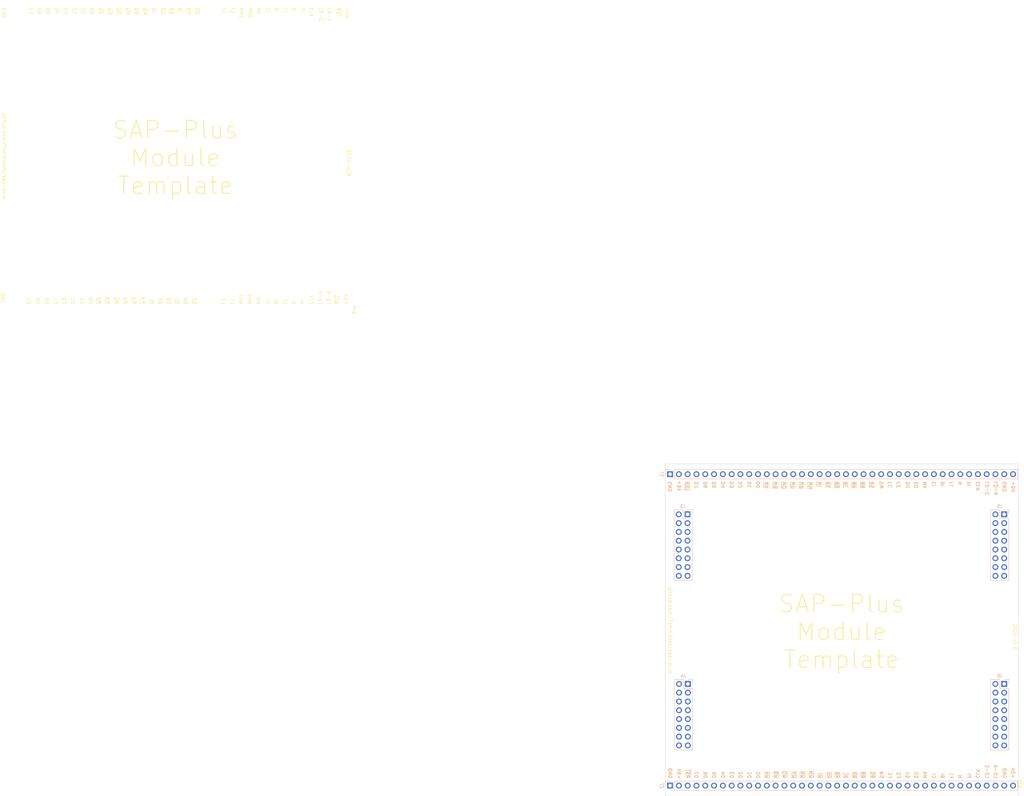
<source format=kicad_pcb>
(kicad_pcb (version 20240108) (generator "pcbnew") (generator_version "8.0")
  (title_block (title "NQSAP Module Template") (date "2021-10-03") (rev "1.0") (company "github.com/TomNisbet/nqsap-pcb"))
  (layers (0 "F.Cu" signal) (31 "B.Cu" signal) (34 "B.Paste" user) (35 "F.Paste" user) (36 "B.SilkS" user "B.Silkscreen") (37 "F.SilkS" user "F.Silkscreen") (38 "B.Mask" user) (39 "F.Mask" user) (44 "Edge.Cuts" user))
  (net 0 "")
  (net 1 "+5V")
  (net 2 "CLK")
  (net 3 "PI")
  (net 4 "N")
  (net 5 "~{RS}")
  (net 6 "FL")
  (net 7 "LD-ACT")
  (net 8 "~{WP}")
  (net 9 "~{RB}")
  (net 10 "~{WI}")
  (net 11 "SU")
  (net 12 "FC")
  (net 13 "FZ")
  (net 14 "SC")
  (net 15 "LD-CLK")
  (net 16 "MA")
  (net 17 "SW")
  (net 18 "~{WM}")
  (net 19 "~{RA}")
  (net 20 "~{RL}")
  (net 21 "CI")
  (net 22 "D0")
  (net 23 "D1")
  (net 24 "D2")
  (net 25 "D3")
  (net 26 "D4")
  (net 27 "D5")
  (net 28 "D6")
  (net 29 "D7")
  (net 30 "GND")
  (net 31 "~{WB}")
  (net 32 "BI")
  (net 33 "~{RR}")
  (net 34 "~{WO}")
  (net 35 "~{WA}")
  (net 36 "~{RP}")
  (net 37 "~{WR}")
  (net 83 "~{RST}")
  (footprint "Connector_PinHeader_2.54mm:PinHeader_1x40_P2.54mm_Vertical" (layer "B.Cu") (at 86.4 46 -90)
    (property "Reference" "J1" (at 0 2.33 -90) (layer "B.SilkS") (effects (justify mirror)))
    (property "Value" "Bus")
    (fp_line (start -1.33 1.33) (end 0 1.33) (stroke (width 0.12)) (layer "B.SilkS"))
    (fp_line (start -1.33 0) (end -1.33 1.33) (stroke (width 0.12)) (layer "B.SilkS"))
    (fp_line (start -1.33 -1.27) (end 1.33 -1.27) (stroke (width 0.12)) (layer "B.SilkS"))
    (fp_line (start -1.33 -1.27) (end -1.33 -100.39) (stroke (width 0.12)) (layer "B.SilkS"))
    (fp_line (start 1.33 -1.27) (end 1.33 -100.39) (stroke (width 0.12)) (layer "B.SilkS"))
    (fp_line (start -1.33 -100.39) (end 1.33 -100.39) (stroke (width 0.12)) (layer "B.SilkS"))
    (pad "1" thru_hole rect (at 0 0 270) (size 1.7 1.7) (drill 1) (layers "*.Cu" "*.Mask") (net 30 "GND"))
    (pad "2" thru_hole oval (at 0 -2.54 270) (size 1.7 1.7) (drill 1) (layers "*.Cu" "*.Mask") (net 1 "+5V"))
    (pad "3" thru_hole oval (at 0 -5.08 270) (size 1.7 1.7) (drill 1) (layers "*.Cu" "*.Mask") (net 83 "~{RST}"))
    (pad "4" thru_hole oval (at 0 -7.62 270) (size 1.7 1.7) (drill 1) (layers "*.Cu" "*.Mask") (net 29 "D7"))
    (pad "5" thru_hole oval (at 0 -10.16 270) (size 1.7 1.7) (drill 1) (layers "*.Cu" "*.Mask") (net 28 "D6"))
    (pad "6" thru_hole oval (at 0 -12.7 270) (size 1.7 1.7) (drill 1) (layers "*.Cu" "*.Mask") (net 27 "D5"))
    (pad "7" thru_hole oval (at 0 -15.24 270) (size 1.7 1.7) (drill 1) (layers "*.Cu" "*.Mask") (net 26 "D4"))
    (pad "8" thru_hole oval (at 0 -17.78 270) (size 1.7 1.7) (drill 1) (layers "*.Cu" "*.Mask") (net 25 "D3"))
    (pad "9" thru_hole oval (at 0 -20.32 270) (size 1.7 1.7) (drill 1) (layers "*.Cu" "*.Mask") (net 24 "D2"))
    (pad "10" thru_hole oval (at 0 -22.86 270) (size 1.7 1.7) (drill 1) (layers "*.Cu" "*.Mask") (net 23 "D1"))
    (pad "11" thru_hole oval (at 0 -25.4 270) (size 1.7 1.7) (drill 1) (layers "*.Cu" "*.Mask") (net 22 "D0"))
    (pad "12" thru_hole oval (at 0 -27.94 270) (size 1.7 1.7) (drill 1) (layers "*.Cu" "*.Mask") (net 35 "~{WA}"))
    (pad "13" thru_hole oval (at 0 -30.48 270) (size 1.7 1.7) (drill 1) (layers "*.Cu" "*.Mask") (net 31 "~{WB}"))
    (pad "14" thru_hole oval (at 0 -33.02 270) (size 1.7 1.7) (drill 1) (layers "*.Cu" "*.Mask") (net 34 "~{WO}"))
    (pad "15" thru_hole oval (at 0 -35.56 270) (size 1.7 1.7) (drill 1) (layers "*.Cu" "*.Mask") (net 8 "~{WP}"))
    (pad "16" thru_hole oval (at 0 -38.1 270) (size 1.7 1.7) (drill 1) (layers "*.Cu" "*.Mask") (net 37 "~{WR}"))
    (pad "17" thru_hole oval (at 0 -40.64 270) (size 1.7 1.7) (drill 1) (layers "*.Cu" "*.Mask") (net 18 "~{WM}"))
    (pad "18" thru_hole oval (at 0 -43.18 270) (size 1.7 1.7) (drill 1) (layers "*.Cu" "*.Mask") (net 10 "~{WI}"))
    (pad "19" thru_hole oval (at 0 -45.72 270) (size 1.7 1.7) (drill 1) (layers "*.Cu" "*.Mask") (net 19 "~{RA}"))
    (pad "20" thru_hole oval (at 0 -48.26 270) (size 1.7 1.7) (drill 1) (layers "*.Cu" "*.Mask") (net 9 "~{RB}"))
    (pad "21" thru_hole oval (at 0 -50.8 270) (size 1.7 1.7) (drill 1) (layers "*.Cu" "*.Mask") (net 20 "~{RL}"))
    (pad "22" thru_hole oval (at 0 -53.34 270) (size 1.7 1.7) (drill 1) (layers "*.Cu" "*.Mask") (net 36 "~{RP}"))
    (pad "23" thru_hole oval (at 0 -55.88 270) (size 1.7 1.7) (drill 1) (layers "*.Cu" "*.Mask") (net 33 "~{RR}"))
    (pad "24" thru_hole oval (at 0 -58.42 270) (size 1.7 1.7) (drill 1) (layers "*.Cu" "*.Mask") (net 5 "~{RS}"))
    (pad "25" thru_hole oval (at 0 -60.96 270) (size 1.7 1.7) (drill 1) (layers "*.Cu" "*.Mask") (net 17 "SW"))
    (pad "26" thru_hole oval (at 0 -63.5 270) (size 1.7 1.7) (drill 1) (layers "*.Cu" "*.Mask") (net 12 "FC"))
    (pad "27" thru_hole oval (at 0 -66.04 270) (size 1.7 1.7) (drill 1) (layers "*.Cu" "*.Mask") (net 13 "FZ"))
    (pad "28" thru_hole oval (at 0 -68.58 270) (size 1.7 1.7) (drill 1) (layers "*.Cu" "*.Mask") (net 11 "SU"))
    (pad "29" thru_hole oval (at 0 -71.12 270) (size 1.7 1.7) (drill 1) (layers "*.Cu" "*.Mask") (net 14 "SC"))
    (pad "30" thru_hole oval (at 0 -73.66 270) (size 1.7 1.7) (drill 1) (layers "*.Cu" "*.Mask") (net 16 "MA"))
    (pad "31" thru_hole oval (at 0 -76.2 270) (size 1.7 1.7) (drill 1) (layers "*.Cu" "*.Mask") (net 21 "CI"))
    (pad "32" thru_hole oval (at 0 -78.74 270) (size 1.7 1.7) (drill 1) (layers "*.Cu" "*.Mask") (net 32 "BI"))
    (pad "33" thru_hole oval (at 0 -81.28 270) (size 1.7 1.7) (drill 1) (layers "*.Cu" "*.Mask") (net 6 "FL"))
    (pad "34" thru_hole oval (at 0 -83.82 270) (size 1.7 1.7) (drill 1) (layers "*.Cu" "*.Mask") (net 4 "N"))
    (pad "35" thru_hole oval (at 0 -86.36 270) (size 1.7 1.7) (drill 1) (layers "*.Cu" "*.Mask") (net 3 "PI"))
    (pad "36" thru_hole oval (at 0 -88.9 270) (size 1.7 1.7) (drill 1) (layers "*.Cu" "*.Mask") (net 2 "CLK"))
    (pad "37" thru_hole oval (at 0 -91.44 270) (size 1.7 1.7) (drill 1) (layers "*.Cu" "*.Mask") (net 15 "LD-CLK"))
    (pad "38" thru_hole oval (at 0 -93.98 270) (size 1.7 1.7) (drill 1) (layers "*.Cu" "*.Mask") (net 7 "LD-ACT"))
    (pad "39" thru_hole oval (at 0 -96.52 270) (size 1.7 1.7) (drill 1) (layers "*.Cu" "*.Mask") (net 30 "GND"))
    (pad "40" thru_hole oval (at 0 -99.06 270) (size 1.7 1.7) (drill 1) (layers "*.Cu" "*.Mask") (net 1 "+5V"))
  )
  (footprint "Connector_PinHeader_2.54mm:PinHeader_2x08_P2.54mm_Vertical" (layer "B.Cu") (at 91.44 57.6 180)
    (property "Reference" "J3" (at 1.27 2.33 0) (layer "B.SilkS") (effects (justify mirror)))
    (property "Value" "IC-TL")
    (fp_line (start 3.87 1.33) (end 3.87 -19.11) (stroke (width 0.12)) (layer "B.SilkS"))
    (fp_line (start 1.27 1.33) (end 3.87 1.33) (stroke (width 0.12)) (layer "B.SilkS"))
    (fp_line (start 1.27 -1.27) (end 1.27 1.33) (stroke (width 0.12)) (layer "B.SilkS"))
    (fp_line (start -1.33 1.33) (end 0 1.33) (stroke (width 0.12)) (layer "B.SilkS"))
    (fp_line (start -1.33 0) (end -1.33 1.33) (stroke (width 0.12)) (layer "B.SilkS"))
    (fp_line (start -1.33 -1.27) (end 1.27 -1.27) (stroke (width 0.12)) (layer "B.SilkS"))
    (fp_line (start -1.33 -1.27) (end -1.33 -19.11) (stroke (width 0.12)) (layer "B.SilkS"))
    (fp_line (start -1.33 -19.11) (end 3.87 -19.11) (stroke (width 0.12)) (layer "B.SilkS"))
    (pad "1" thru_hole rect (at 0 0 180) (size 1.7 1.7) (drill 1) (layers "*.Cu" "*.Mask"))
    (pad "2" thru_hole oval (at 2.54 0 180) (size 1.7 1.7) (drill 1) (layers "*.Cu" "*.Mask"))
    (pad "3" thru_hole oval (at 0 -2.54 180) (size 1.7 1.7) (drill 1) (layers "*.Cu" "*.Mask"))
    (pad "4" thru_hole oval (at 2.54 -2.54 180) (size 1.7 1.7) (drill 1) (layers "*.Cu" "*.Mask"))
    (pad "5" thru_hole oval (at 0 -5.08 180) (size 1.7 1.7) (drill 1) (layers "*.Cu" "*.Mask"))
    (pad "6" thru_hole oval (at 2.54 -5.08 180) (size 1.7 1.7) (drill 1) (layers "*.Cu" "*.Mask"))
    (pad "7" thru_hole oval (at 0 -7.62 180) (size 1.7 1.7) (drill 1) (layers "*.Cu" "*.Mask"))
    (pad "8" thru_hole oval (at 2.54 -7.62 180) (size 1.7 1.7) (drill 1) (layers "*.Cu" "*.Mask"))
    (pad "9" thru_hole oval (at 0 -10.16 180) (size 1.7 1.7) (drill 1) (layers "*.Cu" "*.Mask"))
    (pad "10" thru_hole oval (at 2.54 -10.16 180) (size 1.7 1.7) (drill 1) (layers "*.Cu" "*.Mask"))
    (pad "11" thru_hole oval (at 0 -12.7 180) (size 1.7 1.7) (drill 1) (layers "*.Cu" "*.Mask"))
    (pad "12" thru_hole oval (at 2.54 -12.7 180) (size 1.7 1.7) (drill 1) (layers "*.Cu" "*.Mask"))
    (pad "13" thru_hole oval (at 0 -15.24 180) (size 1.7 1.7) (drill 1) (layers "*.Cu" "*.Mask"))
    (pad "14" thru_hole oval (at 2.54 -15.24 180) (size 1.7 1.7) (drill 1) (layers "*.Cu" "*.Mask"))
    (pad "15" thru_hole oval (at 0 -17.78 180) (size 1.7 1.7) (drill 1) (layers "*.Cu" "*.Mask"))
    (pad "16" thru_hole oval (at 2.54 -17.78 180) (size 1.7 1.7) (drill 1) (layers "*.Cu" "*.Mask"))
  )
  (footprint "Connector_PinHeader_2.54mm:PinHeader_2x08_P2.54mm_Vertical" (layer "B.Cu") (at 182.9 57.6 180)
    (property "Reference" "J5" (at 1.27 2.33 0) (layer "B.SilkS") (effects (justify mirror)))
    (property "Value" "IC-TR")
    (fp_line (start 3.87 1.33) (end 3.87 -19.11) (stroke (width 0.12)) (layer "B.SilkS"))
    (fp_line (start 1.27 1.33) (end 3.87 1.33) (stroke (width 0.12)) (layer "B.SilkS"))
    (fp_line (start 1.27 -1.27) (end 1.27 1.33) (stroke (width 0.12)) (layer "B.SilkS"))
    (fp_line (start -1.33 1.33) (end 0 1.33) (stroke (width 0.12)) (layer "B.SilkS"))
    (fp_line (start -1.33 0) (end -1.33 1.33) (stroke (width 0.12)) (layer "B.SilkS"))
    (fp_line (start -1.33 -1.27) (end 1.27 -1.27) (stroke (width 0.12)) (layer "B.SilkS"))
    (fp_line (start -1.33 -1.27) (end -1.33 -19.11) (stroke (width 0.12)) (layer "B.SilkS"))
    (fp_line (start -1.33 -19.11) (end 3.87 -19.11) (stroke (width 0.12)) (layer "B.SilkS"))
    (pad "1" thru_hole rect (at 0 0 180) (size 1.7 1.7) (drill 1) (layers "*.Cu" "*.Mask"))
    (pad "2" thru_hole oval (at 2.54 0 180) (size 1.7 1.7) (drill 1) (layers "*.Cu" "*.Mask"))
    (pad "3" thru_hole oval (at 0 -2.54 180) (size 1.7 1.7) (drill 1) (layers "*.Cu" "*.Mask"))
    (pad "4" thru_hole oval (at 2.54 -2.54 180) (size 1.7 1.7) (drill 1) (layers "*.Cu" "*.Mask"))
    (pad "5" thru_hole oval (at 0 -5.08 180) (size 1.7 1.7) (drill 1) (layers "*.Cu" "*.Mask"))
    (pad "6" thru_hole oval (at 2.54 -5.08 180) (size 1.7 1.7) (drill 1) (layers "*.Cu" "*.Mask"))
    (pad "7" thru_hole oval (at 0 -7.62 180) (size 1.7 1.7) (drill 1) (layers "*.Cu" "*.Mask"))
    (pad "8" thru_hole oval (at 2.54 -7.62 180) (size 1.7 1.7) (drill 1) (layers "*.Cu" "*.Mask"))
    (pad "9" thru_hole oval (at 0 -10.16 180) (size 1.7 1.7) (drill 1) (layers "*.Cu" "*.Mask"))
    (pad "10" thru_hole oval (at 2.54 -10.16 180) (size 1.7 1.7) (drill 1) (layers "*.Cu" "*.Mask"))
    (pad "11" thru_hole oval (at 0 -12.7 180) (size 1.7 1.7) (drill 1) (layers "*.Cu" "*.Mask"))
    (pad "12" thru_hole oval (at 2.54 -12.7 180) (size 1.7 1.7) (drill 1) (layers "*.Cu" "*.Mask"))
    (pad "13" thru_hole oval (at 0 -15.24 180) (size 1.7 1.7) (drill 1) (layers "*.Cu" "*.Mask"))
    (pad "14" thru_hole oval (at 2.54 -15.24 180) (size 1.7 1.7) (drill 1) (layers "*.Cu" "*.Mask"))
    (pad "15" thru_hole oval (at 0 -17.78 180) (size 1.7 1.7) (drill 1) (layers "*.Cu" "*.Mask"))
    (pad "16" thru_hole oval (at 2.54 -17.78 180) (size 1.7 1.7) (drill 1) (layers "*.Cu" "*.Mask"))
  )
  (footprint "Connector_PinHeader_2.54mm:PinHeader_1x40_P2.54mm_Vertical" (layer "B.Cu") (at 86.4 136 -90)
    (property "Reference" "J2" (at 0 2.33 -90) (layer "B.SilkS") (effects (justify mirror)))
    (property "Value" "Bus")
    (fp_line (start -1.33 1.33) (end 0 1.33) (stroke (width 0.12)) (layer "B.SilkS"))
    (fp_line (start -1.33 0) (end -1.33 1.33) (stroke (width 0.12)) (layer "B.SilkS"))
    (fp_line (start -1.33 -1.27) (end 1.33 -1.27) (stroke (width 0.12)) (layer "B.SilkS"))
    (fp_line (start -1.33 -1.27) (end -1.33 -100.39) (stroke (width 0.12)) (layer "B.SilkS"))
    (fp_line (start 1.33 -1.27) (end 1.33 -100.39) (stroke (width 0.12)) (layer "B.SilkS"))
    (fp_line (start -1.33 -100.39) (end 1.33 -100.39) (stroke (width 0.12)) (layer "B.SilkS"))
    (pad "1" thru_hole rect (at 0 0 270) (size 1.7 1.7) (drill 1) (layers "*.Cu" "*.Mask") (net 30 "GND"))
    (pad "2" thru_hole oval (at 0 -2.54 270) (size 1.7 1.7) (drill 1) (layers "*.Cu" "*.Mask") (net 1 "+5V"))
    (pad "3" thru_hole oval (at 0 -5.08 270) (size 1.7 1.7) (drill 1) (layers "*.Cu" "*.Mask") (net 83 "~{RST}"))
    (pad "4" thru_hole oval (at 0 -7.62 270) (size 1.7 1.7) (drill 1) (layers "*.Cu" "*.Mask") (net 29 "D7"))
    (pad "5" thru_hole oval (at 0 -10.16 270) (size 1.7 1.7) (drill 1) (layers "*.Cu" "*.Mask") (net 28 "D6"))
    (pad "6" thru_hole oval (at 0 -12.7 270) (size 1.7 1.7) (drill 1) (layers "*.Cu" "*.Mask") (net 27 "D5"))
    (pad "7" thru_hole oval (at 0 -15.24 270) (size 1.7 1.7) (drill 1) (layers "*.Cu" "*.Mask") (net 26 "D4"))
    (pad "8" thru_hole oval (at 0 -17.78 270) (size 1.7 1.7) (drill 1) (layers "*.Cu" "*.Mask") (net 25 "D3"))
    (pad "9" thru_hole oval (at 0 -20.32 270) (size 1.7 1.7) (drill 1) (layers "*.Cu" "*.Mask") (net 24 "D2"))
    (pad "10" thru_hole oval (at 0 -22.86 270) (size 1.7 1.7) (drill 1) (layers "*.Cu" "*.Mask") (net 23 "D1"))
    (pad "11" thru_hole oval (at 0 -25.4 270) (size 1.7 1.7) (drill 1) (layers "*.Cu" "*.Mask") (net 22 "D0"))
    (pad "12" thru_hole oval (at 0 -27.94 270) (size 1.7 1.7) (drill 1) (layers "*.Cu" "*.Mask") (net 35 "~{WA}"))
    (pad "13" thru_hole oval (at 0 -30.48 270) (size 1.7 1.7) (drill 1) (layers "*.Cu" "*.Mask") (net 31 "~{WB}"))
    (pad "14" thru_hole oval (at 0 -33.02 270) (size 1.7 1.7) (drill 1) (layers "*.Cu" "*.Mask") (net 34 "~{WO}"))
    (pad "15" thru_hole oval (at 0 -35.56 270) (size 1.7 1.7) (drill 1) (layers "*.Cu" "*.Mask") (net 8 "~{WP}"))
    (pad "16" thru_hole oval (at 0 -38.1 270) (size 1.7 1.7) (drill 1) (layers "*.Cu" "*.Mask") (net 37 "~{WR}"))
    (pad "17" thru_hole oval (at 0 -40.64 270) (size 1.7 1.7) (drill 1) (layers "*.Cu" "*.Mask") (net 18 "~{WM}"))
    (pad "18" thru_hole oval (at 0 -43.18 270) (size 1.7 1.7) (drill 1) (layers "*.Cu" "*.Mask") (net 10 "~{WI}"))
    (pad "19" thru_hole oval (at 0 -45.72 270) (size 1.7 1.7) (drill 1) (layers "*.Cu" "*.Mask") (net 19 "~{RA}"))
    (pad "20" thru_hole oval (at 0 -48.26 270) (size 1.7 1.7) (drill 1) (layers "*.Cu" "*.Mask") (net 9 "~{RB}"))
    (pad "21" thru_hole oval (at 0 -50.8 270) (size 1.7 1.7) (drill 1) (layers "*.Cu" "*.Mask") (net 20 "~{RL}"))
    (pad "22" thru_hole oval (at 0 -53.34 270) (size 1.7 1.7) (drill 1) (layers "*.Cu" "*.Mask") (net 36 "~{RP}"))
    (pad "23" thru_hole oval (at 0 -55.88 270) (size 1.7 1.7) (drill 1) (layers "*.Cu" "*.Mask") (net 33 "~{RR}"))
    (pad "24" thru_hole oval (at 0 -58.42 270) (size 1.7 1.7) (drill 1) (layers "*.Cu" "*.Mask") (net 5 "~{RS}"))
    (pad "25" thru_hole oval (at 0 -60.96 270) (size 1.7 1.7) (drill 1) (layers "*.Cu" "*.Mask") (net 17 "SW"))
    (pad "26" thru_hole oval (at 0 -63.5 270) (size 1.7 1.7) (drill 1) (layers "*.Cu" "*.Mask") (net 12 "FC"))
    (pad "27" thru_hole oval (at 0 -66.04 270) (size 1.7 1.7) (drill 1) (layers "*.Cu" "*.Mask") (net 13 "FZ"))
    (pad "28" thru_hole oval (at 0 -68.58 270) (size 1.7 1.7) (drill 1) (layers "*.Cu" "*.Mask") (net 11 "SU"))
    (pad "29" thru_hole oval (at 0 -71.12 270) (size 1.7 1.7) (drill 1) (layers "*.Cu" "*.Mask") (net 14 "SC"))
    (pad "30" thru_hole oval (at 0 -73.66 270) (size 1.7 1.7) (drill 1) (layers "*.Cu" "*.Mask") (net 16 "MA"))
    (pad "31" thru_hole oval (at 0 -76.2 270) (size 1.7 1.7) (drill 1) (layers "*.Cu" "*.Mask") (net 21 "CI"))
    (pad "32" thru_hole oval (at 0 -78.74 270) (size 1.7 1.7) (drill 1) (layers "*.Cu" "*.Mask") (net 32 "BI"))
    (pad "33" thru_hole oval (at 0 -81.28 270) (size 1.7 1.7) (drill 1) (layers "*.Cu" "*.Mask") (net 6 "FL"))
    (pad "34" thru_hole oval (at 0 -83.82 270) (size 1.7 1.7) (drill 1) (layers "*.Cu" "*.Mask") (net 4 "N"))
    (pad "35" thru_hole oval (at 0 -86.36 270) (size 1.7 1.7) (drill 1) (layers "*.Cu" "*.Mask") (net 3 "PI"))
    (pad "36" thru_hole oval (at 0 -88.9 270) (size 1.7 1.7) (drill 1) (layers "*.Cu" "*.Mask") (net 2 "CLK"))
    (pad "37" thru_hole oval (at 0 -91.44 270) (size 1.7 1.7) (drill 1) (layers "*.Cu" "*.Mask") (net 15 "LD-CLK"))
    (pad "38" thru_hole oval (at 0 -93.98 270) (size 1.7 1.7) (drill 1) (layers "*.Cu" "*.Mask") (net 7 "LD-ACT"))
    (pad "39" thru_hole oval (at 0 -96.52 270) (size 1.7 1.7) (drill 1) (layers "*.Cu" "*.Mask") (net 30 "GND"))
    (pad "40" thru_hole oval (at 0 -99.06 270) (size 1.7 1.7) (drill 1) (layers "*.Cu" "*.Mask") (net 1 "+5V"))
  )
  (footprint "Connector_PinHeader_2.54mm:PinHeader_2x08_P2.54mm_Vertical" (layer "B.Cu") (at 182.9 106.6 180)
    (property "Reference" "J6" (at 1.27 2.33 0) (layer "B.SilkS") (effects (justify mirror)))
    (property "Value" "IC-BR")
    (fp_line (start 3.87 1.33) (end 3.87 -19.11) (stroke (width 0.12)) (layer "B.SilkS"))
    (fp_line (start 1.27 1.33) (end 3.87 1.33) (stroke (width 0.12)) (layer "B.SilkS"))
    (fp_line (start 1.27 -1.27) (end 1.27 1.33) (stroke (width 0.12)) (layer "B.SilkS"))
    (fp_line (start -1.33 1.33) (end 0 1.33) (stroke (width 0.12)) (layer "B.SilkS"))
    (fp_line (start -1.33 0) (end -1.33 1.33) (stroke (width 0.12)) (layer "B.SilkS"))
    (fp_line (start -1.33 -1.27) (end 1.27 -1.27) (stroke (width 0.12)) (layer "B.SilkS"))
    (fp_line (start -1.33 -1.27) (end -1.33 -19.11) (stroke (width 0.12)) (layer "B.SilkS"))
    (fp_line (start -1.33 -19.11) (end 3.87 -19.11) (stroke (width 0.12)) (layer "B.SilkS"))
    (pad "1" thru_hole rect (at 0 0 180) (size 1.7 1.7) (drill 1) (layers "*.Cu" "*.Mask"))
    (pad "2" thru_hole oval (at 2.54 0 180) (size 1.7 1.7) (drill 1) (layers "*.Cu" "*.Mask"))
    (pad "3" thru_hole oval (at 0 -2.54 180) (size 1.7 1.7) (drill 1) (layers "*.Cu" "*.Mask"))
    (pad "4" thru_hole oval (at 2.54 -2.54 180) (size 1.7 1.7) (drill 1) (layers "*.Cu" "*.Mask"))
    (pad "5" thru_hole oval (at 0 -5.08 180) (size 1.7 1.7) (drill 1) (layers "*.Cu" "*.Mask"))
    (pad "6" thru_hole oval (at 2.54 -5.08 180) (size 1.7 1.7) (drill 1) (layers "*.Cu" "*.Mask"))
    (pad "7" thru_hole oval (at 0 -7.62 180) (size 1.7 1.7) (drill 1) (layers "*.Cu" "*.Mask"))
    (pad "8" thru_hole oval (at 2.54 -7.62 180) (size 1.7 1.7) (drill 1) (layers "*.Cu" "*.Mask"))
    (pad "9" thru_hole oval (at 0 -10.16 180) (size 1.7 1.7) (drill 1) (layers "*.Cu" "*.Mask"))
    (pad "10" thru_hole oval (at 2.54 -10.16 180) (size 1.7 1.7) (drill 1) (layers "*.Cu" "*.Mask"))
    (pad "11" thru_hole oval (at 0 -12.7 180) (size 1.7 1.7) (drill 1) (layers "*.Cu" "*.Mask"))
    (pad "12" thru_hole oval (at 2.54 -12.7 180) (size 1.7 1.7) (drill 1) (layers "*.Cu" "*.Mask"))
    (pad "13" thru_hole oval (at 0 -15.24 180) (size 1.7 1.7) (drill 1) (layers "*.Cu" "*.Mask"))
    (pad "14" thru_hole oval (at 2.54 -15.24 180) (size 1.7 1.7) (drill 1) (layers "*.Cu" "*.Mask"))
    (pad "15" thru_hole oval (at 0 -17.78 180) (size 1.7 1.7) (drill 1) (layers "*.Cu" "*.Mask"))
    (pad "16" thru_hole oval (at 2.54 -17.78 180) (size 1.7 1.7) (drill 1) (layers "*.Cu" "*.Mask"))
  )
  (footprint "Connector_PinHeader_2.54mm:PinHeader_2x08_P2.54mm_Vertical" (layer "B.Cu") (at 91.53 106.6 180)
    (property "Reference" "J4" (at 1.27 2.33 0) (layer "B.SilkS") (effects (justify mirror)))
    (property "Value" "IC-BL")
    (fp_line (start 3.87 1.33) (end 3.87 -19.11) (stroke (width 0.12)) (layer "B.SilkS"))
    (fp_line (start 1.27 1.33) (end 3.87 1.33) (stroke (width 0.12)) (layer "B.SilkS"))
    (fp_line (start 1.27 -1.27) (end 1.27 1.33) (stroke (width 0.12)) (layer "B.SilkS"))
    (fp_line (start -1.33 1.33) (end 0 1.33) (stroke (width 0.12)) (layer "B.SilkS"))
    (fp_line (start -1.33 0) (end -1.33 1.33) (stroke (width 0.12)) (layer "B.SilkS"))
    (fp_line (start -1.33 -1.27) (end 1.27 -1.27) (stroke (width 0.12)) (layer "B.SilkS"))
    (fp_line (start -1.33 -1.27) (end -1.33 -19.11) (stroke (width 0.12)) (layer "B.SilkS"))
    (fp_line (start -1.33 -19.11) (end 3.87 -19.11) (stroke (width 0.12)) (layer "B.SilkS"))
    (pad "1" thru_hole rect (at 0 0 180) (size 1.7 1.7) (drill 1) (layers "*.Cu" "*.Mask"))
    (pad "2" thru_hole oval (at 2.54 0 180) (size 1.7 1.7) (drill 1) (layers "*.Cu" "*.Mask"))
    (pad "3" thru_hole oval (at 0 -2.54 180) (size 1.7 1.7) (drill 1) (layers "*.Cu" "*.Mask"))
    (pad "4" thru_hole oval (at 2.54 -2.54 180) (size 1.7 1.7) (drill 1) (layers "*.Cu" "*.Mask"))
    (pad "5" thru_hole oval (at 0 -5.08 180) (size 1.7 1.7) (drill 1) (layers "*.Cu" "*.Mask"))
    (pad "6" thru_hole oval (at 2.54 -5.08 180) (size 1.7 1.7) (drill 1) (layers "*.Cu" "*.Mask"))
    (pad "7" thru_hole oval (at 0 -7.62 180) (size 1.7 1.7) (drill 1) (layers "*.Cu" "*.Mask"))
    (pad "8" thru_hole oval (at 2.54 -7.62 180) (size 1.7 1.7) (drill 1) (layers "*.Cu" "*.Mask"))
    (pad "9" thru_hole oval (at 0 -10.16 180) (size 1.7 1.7) (drill 1) (layers "*.Cu" "*.Mask"))
    (pad "10" thru_hole oval (at 2.54 -10.16 180) (size 1.7 1.7) (drill 1) (layers "*.Cu" "*.Mask"))
    (pad "11" thru_hole oval (at 0 -12.7 180) (size 1.7 1.7) (drill 1) (layers "*.Cu" "*.Mask"))
    (pad "12" thru_hole oval (at 2.54 -12.7 180) (size 1.7 1.7) (drill 1) (layers "*.Cu" "*.Mask"))
    (pad "13" thru_hole oval (at 0 -15.24 180) (size 1.7 1.7) (drill 1) (layers "*.Cu" "*.Mask"))
    (pad "14" thru_hole oval (at 2.54 -15.24 180) (size 1.7 1.7) (drill 1) (layers "*.Cu" "*.Mask"))
    (pad "15" thru_hole oval (at 0 -17.78 180) (size 1.7 1.7) (drill 1) (layers "*.Cu" "*.Mask"))
    (pad "16" thru_hole oval (at 2.54 -17.78 180) (size 1.7 1.7) (drill 1) (layers "*.Cu" "*.Mask"))
  )
  (gr_line (start 85 139) (end 85 43) (stroke (width 0.1)) (layer "Edge.Cuts"))
  (gr_line (start 85 43) (end 187 43) (stroke (width 0.1)) (layer "Edge.Cuts"))
  (gr_line (start 187 139) (end 85 139) (stroke (width 0.1)) (layer "Edge.Cuts"))
  (gr_line (start 187 43) (end 187 139) (stroke (width 0.1)) (layer "Edge.Cuts"))
  (gr_text "~{RL}" (at 137.25 48 90) (layer "B.SilkS") (effects (font (size 1 1)) (justify left mirror)))
  (gr_text "~{RR}" (at 142 134 270) (layer "B.SilkS") (effects (font (size 1 1)) (justify left mirror)))
  (gr_text "~{WO}" (at 119.4 134 270) (layer "B.SilkS") (effects (font (size 1 1)) (justify left mirror)))
  (gr_text "D7" (at 94 48 90) (layer "B.SilkS") (effects (font (size 1 1)) (justify left mirror)))
  (gr_text "D3" (at 104.2 48 90) (layer "B.SilkS") (effects (font (size 1 1)) (justify left mirror)))
  (gr_text "D2" (at 106.7 134 270) (layer "B.SilkS") (effects (font (size 1 1)) (justify left mirror)))
  (gr_text "D4" (at 101.7 134 270) (layer "B.SilkS") (effects (font (size 1 1)) (justify left mirror)))
  (gr_text "PI" (at 172.8 48 90) (layer "B.SilkS") (effects (font (size 1 1)) (justify left mirror)))
  (gr_text "PI" (at 172.8 134 270) (layer "B.SilkS") (effects (font (size 1 1)) (justify left mirror)))
  (gr_text "N" (at 170.2 48 90) (layer "B.SilkS") (effects (font (size 1 1)) (justify left mirror)))
  (gr_text "FL" (at 167.7 134 270) (layer "B.SilkS") (effects (font (size 1 1)) (justify left mirror)))
  (gr_text "D1" (at 109.3 134 270) (layer "B.SilkS") (effects (font (size 1 1)) (justify left mirror)))
  (gr_text "D5" (at 99.1 48 90) (layer "B.SilkS") (effects (font (size 1 1)) (justify left mirror)))
  (gr_text "+5V" (at 89 134.25 270) (layer "B.SilkS") (effects (font (size 1 1)) (justify left mirror)))
  (gr_text "D6" (at 96.6 134 270) (layer "B.SilkS") (effects (font (size 1 1)) (justify left mirror)))
  (gr_text "+5V" (at 185.5 48 90) (layer "B.SilkS") (effects (font (size 1 1)) (justify left mirror)))
  (gr_text "~{RST}" (at 91.5 48 90) (layer "B.SilkS") (effects (font (size 1 1)) (justify left mirror)))
  (gr_text "BI" (at 165.1 134 270) (layer "B.SilkS") (effects (font (size 1 1)) (justify left mirror)))
  (gr_text "~{RP}" (at 139.5 134 270) (layer "B.SilkS") (effects (font (size 1 1)) (justify left mirror)))
  (gr_text "FZ" (at 152.4 134 270) (layer "B.SilkS") (effects (font (size 1 1)) (justify left mirror)))
  (gr_text "MA" (at 160 48 90) (layer "B.SilkS") (effects (font (size 1 1)) (justify left mirror)))
  (gr_text "+5V" (at 89 47.75 90) (layer "B.SilkS") (effects (font (size 1 1)) (justify left mirror)))
  (gr_text "D0" (at 111.8 48 90) (layer "B.SilkS") (effects (font (size 1 1)) (justify left mirror)))
  (gr_text "~{RR}" (at 142.25 48 90) (layer "B.SilkS") (effects (font (size 1 1)) (justify left mirror)))
  (gr_text "~{WB}" (at 116.9 134 270) (layer "B.SilkS") (effects (font (size 1 1)) (justify left mirror)))
  (gr_text "~{WI}" (at 129.6 48 90) (layer "B.SilkS") (effects (font (size 1 1)) (justify left mirror)))
  (gr_text "D0" (at 111.8 134 270) (layer "B.SilkS") (effects (font (size 1 1)) (justify left mirror)))
  (gr_text "N" (at 170.2 134 270) (layer "B.SilkS") (effects (font (size 1 1)) (justify left mirror)))
  (gr_text "CI" (at 162.6 134 270) (layer "B.SilkS") (effects (font (size 1 1)) (justify left mirror)))
  (gr_text "LD-C" (at 178 48 90) (layer "B.SilkS") (effects (font (size 1 1)) (justify left mirror)))
  (gr_text "~{RA}" (at 132.2 48 90) (layer "B.SilkS") (effects (font (size 1 1)) (justify left mirror)))
  (gr_text "~{RST}" (at 91.5 134 270) (layer "B.SilkS") (effects (font (size 1 1)) (justify left mirror)))
  (gr_text "+5V" (at 185.5 134 270) (layer "B.SilkS") (effects (font (size 1 1)) (justify left mirror)))
  (gr_text "CI" (at 162.6 48 90) (layer "B.SilkS") (effects (font (size 1 1)) (justify left mirror)))
  (gr_text "FC" (at 149.9 134 270) (layer "B.SilkS") (effects (font (size 1 1)) (justify left mirror)))
  (gr_text "~{RS}" (at 144.75 48 90) (layer "B.SilkS") (effects (font (size 1 1)) (justify left mirror)))
  (gr_text "FC" (at 149.9 48 90) (layer "B.SilkS") (effects (font (size 1 1)) (justify left mirror)))
  (gr_text "~{WP}" (at 122 134 270) (layer "B.SilkS") (effects (font (size 1 1)) (justify left mirror)))
  (gr_text "SU" (at 155 48 90) (layer "B.SilkS") (effects (font (size 1 1)) (justify left mirror)))
  (gr_text "~{RB}" (at 134.6 134 270) (layer "B.SilkS") (effects (font (size 1 1)) (justify left mirror)))
  (gr_text "FZ" (at 152.4 48 90) (layer "B.SilkS") (effects (font (size 1 1)) (justify left mirror)))
  (gr_text "GND" (at 183 134 270) (layer "B.SilkS") (effects (font (size 1 1)) (justify left mirror)))
  (gr_text "MA" (at 160 134 270) (layer "B.SilkS") (effects (font (size 1 1)) (justify left mirror)))
  (gr_text "CLK" (at 175.3 134 270) (layer "B.SilkS") (effects (font (size 1 1)) (justify left mirror)))
  (gr_text "GND" (at 183 48 90) (layer "B.SilkS") (effects (font (size 1 1)) (justify left mirror)))
  (gr_text "D4" (at 101.7 48 90) (layer "B.SilkS") (effects (font (size 1 1)) (justify left mirror)))
  (gr_text "~{WO}" (at 119.4 48 90) (layer "B.SilkS") (effects (font (size 1 1)) (justify left mirror)))
  (gr_text "~{WA}" (at 114.3 48 90) (layer "B.SilkS") (effects (font (size 1 1)) (justify left mirror)))
  (gr_text "GND" (at 86.4 48 90) (layer "B.SilkS") (effects (font (size 1 1)) (justify left mirror)))
  (gr_text "LD-A" (at 180.5 48 90) (layer "B.SilkS") (effects (font (size 1 1)) (justify left mirror)))
  (gr_text "~{WB}" (at 116.9 48 90) (layer "B.SilkS") (effects (font (size 1 1)) (justify left mirror)))
  (gr_text "LD-C" (at 178 134 270) (layer "B.SilkS") (effects (font (size 1 1)) (justify left mirror)))
  (gr_text "SD" (at 157.5 48 90) (layer "B.SilkS") (effects (font (size 1 1)) (justify left mirror)))
  (gr_text "D7" (at 94 134 270) (layer "B.SilkS") (effects (font (size 1 1)) (justify left mirror)))
  (gr_text "~{RP}" (at 139.75 48 90) (layer "B.SilkS") (effects (font (size 1 1)) (justify left mirror)))
  (gr_text "~{WM}" (at 127 48 90) (layer "B.SilkS") (effects (font (size 1 1)) (justify left mirror)))
  (gr_text "FL" (at 167.7 48 90) (layer "B.SilkS") (effects (font (size 1 1)) (justify left mirror)))
  (gr_text "~{RL}" (at 137 134 270) (layer "B.SilkS") (effects (font (size 1 1)) (justify left mirror)))
  (gr_text "~{RS}" (at 144.75 134 -90) (layer "B.SilkS") (effects (font (size 1 1)) (justify left mirror)))
  (gr_text "D5" (at 99.1 134 270) (layer "B.SilkS") (effects (font (size 1 1)) (justify left mirror)))
  (gr_text "LD-A" (at 180.5 134 270) (layer "B.SilkS") (effects (font (size 1 1)) (justify left mirror)))
  (gr_text "~{RA}" (at 132.2 134 270) (layer "B.SilkS") (effects (font (size 1 1)) (justify left mirror)))
  (gr_text "~{WM}" (at 127 134 270) (layer "B.SilkS") (effects (font (size 1 1)) (justify left mirror)))
  (gr_text "~{WR}" (at 124.5 134 270) (layer "B.SilkS") (effects (font (size 1 1)) (justify left mirror)))
  (gr_text "~{RB}" (at 134.75 48 90) (layer "B.SilkS") (effects (font (size 1 1)) (justify left mirror)))
  (gr_text "CLK" (at 175.3 48 90) (layer "B.SilkS") (effects (font (size 1 1)) (justify left mirror)))
  (gr_text "SW" (at 147.5 48 90) (layer "B.SilkS") (effects (font (size 1 1)) (justify left mirror)))
  (gr_text "~{WP}" (at 122 48 90) (layer "B.SilkS") (effects (font (size 1 1)) (justify left mirror)))
  (gr_text "D1" (at 109.3 48 90) (layer "B.SilkS") (effects (font (size 1 1)) (justify left mirror)))
  (gr_text "~{WA}" (at 114.3 134 270) (layer "B.SilkS") (effects (font (size 1 1)) (justify left mirror)))
  (gr_text "D2" (at 106.7 48 90) (layer "B.SilkS") (effects (font (size 1 1)) (justify left mirror)))
  (gr_text "D3" (at 104.2 134 270) (layer "B.SilkS") (effects (font (size 1 1)) (justify left mirror)))
  (gr_text "~{WR}" (at 124.5 48 90) (layer "B.SilkS") (effects (font (size 1 1)) (justify left mirror)))
  (gr_text "SU" (at 155 134 -90) (layer "B.SilkS") (effects (font (size 1 1)) (justify left mirror)))
  (gr_text "SW" (at 147.5 134 -90) (layer "B.SilkS") (effects (font (size 1 1)) (justify left mirror)))
  (gr_text "BI" (at 165.1 48 90) (layer "B.SilkS") (effects (font (size 1 1)) (justify left mirror)))
  (gr_text "SD" (at 157.5 134 -90) (layer "B.SilkS") (effects (font (size 1 1)) (justify left mirror)))
  (gr_text "~{WI}" (at 129.6 134 270) (layer "B.SilkS") (effects (font (size 1 1)) (justify left mirror)))
  (gr_text "GND" (at 86.4 134 270) (layer "B.SilkS") (effects (font (size 1 1)) (justify left mirror)))
  (gr_text "D6" (at 96.6 48 90) (layer "B.SilkS") (effects (font (size 1 1)) (justify left mirror)))
  (gr_text "2024 v1.0" (at -6.4 -48 -90) (layer "F.SilkS") (effects (font (size 1 1)) (justify left)))
  (gr_text "MX0" (at -34.99 -3 90) (layer "F.SilkS") (effects (font (size 1 1)) (justify left)))
  (gr_text "SD" (at 157.41 134 90) (layer "F.SilkS") (effects (font (size 1 1)) (justify left)))
  (gr_text "N" (at 170.2 48 270) (layer "F.SilkS") (effects (font (size 1 1)) (justify left)))
  (gr_text "~{WR}" (at -67.9 -89 270) (layer "F.SilkS") (effects (font (size 1 1)) (justify left)))
  (gr_text "FC" (at -42.59 -3 90) (layer "F.SilkS") (effects (font (size 1 1)) (justify left)))
  (gr_text "~{WI}" (at 129.6 134 90) (layer "F.SilkS") (effects (font (size 1 1)) (justify left)))
  (gr_text "N" (at 170.11 134 90) (layer "F.SilkS") (effects (font (size 1 1)) (justify left)))
  (gr_text "D7" (at 94 134 90) (layer "F.SilkS") (effects (font (size 1 1)) (justify left)))
  (gr_text "LD-A" (at 180.5 48 270) (layer "F.SilkS") (effects (font (size 1 1)) (justify left)))
  (gr_text "GND" (at -106.29 -3.3 90) (layer "F.SilkS") (effects (font (size 1 1)) (justify left)))
  (gr_text "SW" (at 147.5 48 270) (layer "F.SilkS") (effects (font (size 1 1)) (justify left)))
  (gr_text "~{WA}" (at -78.39 -3 90) (layer "F.SilkS") (effects (font (size 1 1)) (justify left)))
  (gr_text "~{RB}" (at -58.09 -3 90) (layer "F.SilkS") (effects (font (size 1 1)) (justify left)))
  (gr_text "+5V" (at -6.9 -89 270) (layer "F.SilkS") (effects (font (size 1 1)) (justify left)))
  (gr_text "MX0" (at -34.9 -89 270) (layer "F.SilkS") (effects (font (size 1 1)) (justify left)))
  (gr_text "~{RL}" (at 137 134 90) (layer "F.SilkS") (effects (font (size 1 1)) (justify left)))
  (gr_text "MA" (at 159.91 134 90) (layer "F.SilkS") (effects (font (size 1 1)) (justify left)))
  (gr_text "FZ" (at 152.4 48 270) (layer "F.SilkS") (effects (font (size 1 1)) (justify left)))
  (gr_text "github.com/TomNisbet/sap-plus" (at 86.5 78.5 270) (layer "F.SilkS") (effects (font (size 1 1)) (justify left)))
  (gr_text "D0" (at -80.89 -3 90) (layer "F.SilkS") (effects (font (size 1 1)) (justify left)))
  (gr_text "~{RA}" (at -60.49 -3 90) (layer "F.SilkS") (effects (font (size 1 1)) (justify left)))
  (gr_text "CI" (at 162.6 48 270) (layer "F.SilkS") (effects (font (size 1 1)) (justify left)))
  (gr_text "D2" (at -85.99 -3 90) (layer "F.SilkS") (effects (font (size 1 1)) (justify left)))
  (gr_text "D5" (at -93.3 -89 270) (layer "F.SilkS") (effects (font (size 1 1)) (justify left)))
  (gr_text "PI" (at -19.6 -89 270) (layer "F.SilkS") (effects (font (size 1 1)) (justify left)))
  (gr_text "D3" (at -88.2 -89 270) (layer "F.SilkS") (effects (font (size 1 1)) (justify left)))
  (gr_text "GND" (at -106 -89 270) (layer "F.SilkS") (effects (font (size 1 1)) (justify left)))
  (gr_text "+5V" (at 89 47.75 270) (layer "F.SilkS") (effects (font (size 1 1)) (justify left)))
  (gr_text "D0" (at -80.6 -89 270) (layer "F.SilkS") (effects (font (size 1 1)) (justify left)))
  (gr_text "~{WI}" (at -63.09 -3 90) (layer "F.SilkS") (effects (font (size 1 1)) (justify left)))
  (gr_text "+5V" (at 185.5 48 270) (layer "F.SilkS") (effects (font (size 1 1)) (justify left)))
  (gr_text "D0" (at 111.8 48 270) (layer "F.SilkS") (effects (font (size 1 1)) (justify left)))
  (gr_text "~{WB}" (at -75.79 -3 90) (layer "F.SilkS") (effects (font (size 1 1)) (justify left)))
  (gr_text "~{RST}" (at -9.5 -89 270) (layer "F.SilkS") (effects (font (size 1 1)) (justify left)))
  (gr_text "CI" (at 162.51 134 90) (layer "F.SilkS") (effects (font (size 1 1)) (justify left)))
  (gr_text "~{WP}" (at 122 48 270) (layer "F.SilkS") (effects (font (size 1 1)) (justify left)))
  (gr_text "GND" (at 183 134 90) (layer "F.SilkS") (effects (font (size 1 1)) (justify left)))
  (gr_text "LD-A" (at 180.21 134 90) (layer "F.SilkS") (effects (font (size 1 1)) (justify left)))
  (gr_text "CI" (at -29.89 -3 90) (layer "F.SilkS") (effects (font (size 1 1)) (justify left)))
  (gr_text "~{RS}" (at 145 134 90) (layer "F.SilkS") (effects (font (size 1 1)) (justify left)))
  (gr_text "PI" (at -19.69 -3 90) (layer "F.SilkS") (effects (font (size 1 1)) (justify left)))
  (gr_text "D7" (at -98.4 -89 270) (layer "F.SilkS") (effects (font (size 1 1)) (justify left)))
  (gr_text "D6" (at -96.09 -3 90) (layer "F.SilkS") (effects (font (size 1 1)) (justify left)))
  (gr_text "~{RR}" (at 142 48 270) (layer "F.SilkS") (effects (font (size 1 1)) (justify left)))
  (gr_text "SAP-Plus\nModule\nTemplate" (at -56.5 -45.5 0) (layer "F.SilkS") (effects (font (size 5 5) (thickness 0.3))))
  (gr_text "D7" (at -98.69 -3 90) (layer "F.SilkS") (effects (font (size 1 1)) (justify left)))
  (gr_text "MA" (at -32.49 -3 90) (layer "F.SilkS") (effects (font (size 1 1)) (justify left)))
  (gr_text "BI" (at 165.1 48 270) (layer "F.SilkS") (effects (font (size 1 1)) (justify left)))
  (gr_text "D5" (at 99.1 48 270) (layer "F.SilkS") (effects (font (size 1 1)) (justify left)))
  (gr_text "~{RA}" (at -60.2 -89 270) (layer "F.SilkS") (effects (font (size 1 1)) (justify left)))
  (gr_text "~{RB}" (at 134.6 134 90) (layer "F.SilkS") (effects (font (size 1 1)) (justify left)))
  (gr_text "~{RST}" (at 91.5 48 270) (layer "F.SilkS") (effects (font (size 1 1)) (justify left)))
  (gr_text "Bus" (at -4.9 -1.5 90) (layer "F.SilkS") (effects (font (size 1 1))))
  (gr_text "~{RA}" (at 132.2 48 270) (layer "F.SilkS") (effects (font (size 1 1)) (justify left)))
  (gr_text "FZ" (at 152.31 134 90) (layer "F.SilkS") (effects (font (size 1 1)) (justify left)))
  (gr_text "~{RP}" (at 139.75 134 90) (layer "F.SilkS") (effects (font (size 1 1)) (justify left)))
  (gr_text "D3" (at -88.49 -3 90) (layer "F.SilkS") (effects (font (size 1 1)) (justify left)))
  (gr_text "~{WM}" (at -65.69 -3 90) (layer "F.SilkS") (effects (font (size 1 1)) (justify left)))
  (gr_text "FC" (at 149.9 48 270) (layer "F.SilkS") (effects (font (size 1 1)) (justify left)))
  (gr_text "LD-C" (at -14.4 -89 270) (layer "F.SilkS") (effects (font (size 1 1)) (justify left)))
  (gr_text "CI" (at -29.8 -89 270) (layer "F.SilkS") (effects (font (size 1 1)) (justify left)))
  (gr_text "~{WI}" (at 129.6 48 270) (layer "F.SilkS") (effects (font (size 1 1)) (justify left)))
  (gr_text "FC" (at 149.81 134 90) (layer "F.SilkS") (effects (font (size 1 1)) (justify left)))
  (gr_text "D2" (at 106.7 134 90) (layer "F.SilkS") (effects (font (size 1 1)) (justify left)))
  (gr_text "D3" (at 104.2 48 270) (layer "F.SilkS") (effects (font (size 1 1)) (justify left)))
  (gr_text "~{WA}" (at 114.3 134 90) (layer "F.SilkS") (effects (font (size 1 1)) (justify left)))
  (gr_text "~{RB}" (at -57.8 -89 270) (layer "F.SilkS") (effects (font (size 1 1)) (justify left)))
  (gr_text "+5V" (at 89 134.25 90) (layer "F.SilkS") (effects (font (size 1 1)) (justify left)))
  (gr_text "~{WO}" (at 119.4 134 90) (layer "F.SilkS") (effects (font (size 1 1)) (justify left)))
  (gr_text "GND" (at 183 48 270) (layer "F.SilkS") (effects (font (size 1 1)) (justify left)))
  (gr_text "CLK" (at -17.19 -3 90) (layer "F.SilkS") (effects (font (size 1 1)) (justify left)))
  (gr_text "~{WR}" (at -68.19 -3 90) (layer "F.SilkS") (effects (font (size 1 1)) (justify left)))
  (gr_text "~{WR}" (at 124.5 48 270) (layer "F.SilkS") (effects (font (size 1 1)) (justify left)))
  (gr_text "PI" (at 172.8 48 270) (layer "F.SilkS") (effects (font (size 1 1)) (justify left)))
  (gr_text "~{RL}" (at -55.4 -89 270) (layer "F.SilkS") (effects (font (size 1 1)) (justify left)))
  (gr_text "N" (at -22.2 -89 270) (layer "F.SilkS") (effects (font (size 1 1)) (justify left)))
  (gr_text "SU" (at 155 48 270) (layer "F.SilkS") (effects (font (size 1 1)) (justify left)))
  (gr_text "PI" (at 172.71 134 90) (layer "F.SilkS") (effects (font (size 1 1)) (justify left)))
  (gr_text "~{WP}" (at -70.4 -89 270) (layer "F.SilkS") (effects (font (size 1 1)) (justify left)))
  (gr_text "D4" (at 101.7 48 270) (layer "F.SilkS") (effects (font (size 1 1)) (justify left)))
  (gr_text "FZ" (at -40.09 -3 90) (layer "F.SilkS") (effects (font (size 1 1)) (justify left)))
  (gr_text "CLK" (at 175.21 134 90) (layer "F.SilkS") (effects (font (size 1 1)) (justify left)))
  (gr_text "D1" (at 109.3 134 90) (layer "F.SilkS") (effects (font (size 1 1)) (justify left)))
  (gr_text "D2" (at -85.7 -89 270) (layer "F.SilkS") (effects (font (size 1 1)) (justify left)))
  (gr_text "Bus" (at 187.5 135.5 90) (layer "F.SilkS") (effects (font (size 1 1))))
  (gr_text "~{RP}" (at 139.5 48 270) (layer "F.SilkS") (effects (font (size 1 1)) (justify left)))
  (gr_text "SW" (at 147.5 134 90) (layer "F.SilkS") (effects (font (size 1 1)) (justify left)))
  (gr_text "LD-C" (at 177.71 134 90) (layer "F.SilkS") (effects (font (size 1 1)) (justify left)))
  (gr_text "CLK" (at -17.1 -89 270) (layer "F.SilkS") (effects (font (size 1 1)) (justify left)))
  (gr_text "D4" (at -90.7 -89 270) (layer "F.SilkS") (effects (font (size 1 1)) (justify left)))
  (gr_text "FL" (at 167.61 134 90) (layer "F.SilkS") (effects (font (size 1 1)) (justify left)))
  (gr_text "~{RR}" (at -50.4 -89 270) (layer "F.SilkS") (effects (font (size 1 1)) (justify left)))
  (gr_text "~{RR}" (at -50.69 -3 90) (layer "F.SilkS") (effects (font (size 1 1)) (justify left)))
  (gr_text "D6" (at 96.6 134 90) (layer "F.SilkS") (effects (font (size 1 1)) (justify left)))
  (gr_text "FL" (at -24.79 -3 90) (layer "F.SilkS") (effects (font (size 1 1)) (justify left)))
  (gr_text "~{WI}" (at -62.8 -89 270) (layer "F.SilkS") (effects (font (size 1 1)) (justify left)))
  (gr_text "~{RR}" (at 142.25 134 90) (layer "F.SilkS") (effects (font (size 1 1)) (justify left)))
  (gr_text "D1" (at -83.1 -89 270) (layer "F.SilkS") (effects (font (size 1 1)) (justify left)))
  (gr_text "BI" (at -27.39 -3 90) (layer "F.SilkS") (effects (font (size 1 1)) (justify left)))
  (gr_text "2024 v1.0" (at 186 89 -90) (layer "F.SilkS") (effects (font (size 1 1)) (justify left)))
  (gr_text "SD" (at 157.5 48 270) (layer "F.SilkS") (effects (font (size 1 1)) (justify left)))
  (gr_text "D2" (at 106.7 48 270) (layer "F.SilkS") (effects (font (size 1 1)) (justify left)))
  (gr_text "github.com/TomNisbet/sap-plus" (at -105.9 -58.5 270) (layer "F.SilkS") (effects (font (size 1 1)) (justify left)))
  (gr_text "N" (at -22.29 -3 90) (layer "F.SilkS") (effects (font (size 1 1)) (justify left)))
  (gr_text "~{WB}" (at -75.5 -89 270) (layer "F.SilkS") (effects (font (size 1 1)) (justify left)))
  (gr_text "LD-C" (at 178 48 270) (layer "F.SilkS") (effects (font (size 1 1)) (justify left)))
  (gr_text "D5" (at 99.1 134 90) (layer "F.SilkS") (effects (font (size 1 1)) (justify left)))
  (gr_text "D1" (at 109.3 48 270) (layer "F.SilkS") (effects (font (size 1 1)) (justify left)))
  (gr_text "FL" (at -24.7 -89 270) (layer "F.SilkS") (effects (font (size 1 1)) (justify left)))
  (gr_text "FL" (at 167.7 48 270) (layer "F.SilkS") (effects (font (size 1 1)) (justify left)))
  (gr_text "D7" (at 94 48 270) (layer "F.SilkS") (effects (font (size 1 1)) (justify left)))
  (gr_text "~{WO}" (at -73 -89 270) (layer "F.SilkS") (effects (font (size 1 1)) (justify left)))
  (gr_text "D6" (at 96.6 48 270) (layer "F.SilkS") (effects (font (size 1 1)) (justify left)))
  (gr_text "MA" (at -32.4 -89 270) (layer "F.SilkS") (effects (font (size 1 1)) (justify left)))
  (gr_text "~{RST}" (at 91.5 134 90) (layer "F.SilkS") (effects (font (size 1 1)) (justify left)))
  (gr_text "BI" (at 165.01 134 90) (layer "F.SilkS") (effects (font (size 1 1)) (justify left)))
  (gr_text "~{WO}" (at -73.29 -3 90) (layer "F.SilkS") (effects (font (size 1 1)) (justify left)))
  (gr_text "~{WP}" (at -70.69 -3 90) (layer "F.SilkS") (effects (font (size 1 1)) (justify left)))
  (gr_text "~{WA}" (at -78.1 -89 270) (layer "F.SilkS") (effects (font (size 1 1)) (justify left)))
  (gr_text "~{RS}" (at 144.75 48 270) (layer "F.SilkS") (effects (font (size 1 1)) (justify left)))
  (gr_text "~{RST}" (at -9.69 -3 90) (layer "F.SilkS") (effects (font (size 1 1)) (justify left)))
  (gr_text "GND" (at 86.5 134 90) (layer "F.SilkS") (effects (font (size 1 1)) (justify left)))
  (gr_text "~{RL}" (at -55.69 -3 90) (layer "F.SilkS") (effects (font (size 1 1)) (justify left)))
  (gr_text "LD-A" (at -12.19 -3 90) (layer "F.SilkS") (effects (font (size 1 1)) (justify left)))
  (gr_text "D1" (at -83.39 -3 90) (layer "F.SilkS") (effects (font (size 1 1)) (justify left)))
  (gr_text "~{RB}" (at 134.6 48 270) (layer "F.SilkS") (effects (font (size 1 1)) (justify left)))
  (gr_text "~{WP}" (at 122 134 90) (layer "F.SilkS") (effects (font (size 1 1)) (justify left)))
  (gr_text "D5" (at -93.59 -3 90) (layer "F.SilkS") (effects (font (size 1 1)) (justify left)))
  (gr_text "MX1" (at -37.4 -89 270) (layer "F.SilkS") (effects (font (size 1 1)) (justify left)))
  (gr_text "D4" (at 101.7 134 90) (layer "F.SilkS") (effects (font (size 1 1)) (justify left)))
  (gr_text "BI" (at -27.3 -89 270) (layer "F.SilkS") (effects (font (size 1 1)) (justify left)))
  (gr_text "D3" (at 104.2 134 90) (layer "F.SilkS") (effects (font (size 1 1)) (justify left)))
  (gr_text "FZ" (at -40 -89 270) (layer "F.SilkS") (effects (font (size 1 1)) (justify left)))
  (gr_text "D4" (at -90.99 -3 90) (layer "F.SilkS") (effects (font (size 1 1)) (justify left)))
  (gr_text "~{WR}" (at 124.5 134 90) (layer "F.SilkS") (effects (font (size 1 1)) (justify left)))
  (gr_text "LD-A" (at -11.9 -89 270) (layer "F.SilkS") (effects (font (size 1 1)) (justify left)))
  (gr_text "+5V" (at 185.21 134 90) (layer "F.SilkS") (effects (font (size 1 1)) (justify left)))
  (gr_text "CLK" (at 175.3 48 270) (layer "F.SilkS") (effects (font (size 1 1)) (justify left)))
  (gr_text "D6" (at -95.8 -89 270) (layer "F.SilkS") (effects (font (size 1 1)) (justify left)))
  (gr_text "~{RP}" (at -52.9 -89 270) (layer "F.SilkS") (effects (font (size 1 1)) (justify left)))
  (gr_text "~{WM}" (at 127 134 90) (layer "F.SilkS") (effects (font (size 1 1)) (justify left)))
  (gr_text "~{RL}" (at 137 48 270) (layer "F.SilkS") (effects (font (size 1 1)) (justify left)))
  (gr_text "FC" (at -42.5 -89 270) (layer "F.SilkS") (effects (font (size 1 1)) (justify left)))
  (gr_text "~{RP}" (at -53.19 -3 90) (layer "F.SilkS") (effects (font (size 1 1)) (justify left)))
  (gr_text "~{RA}" (at 132.2 134 90) (layer "F.SilkS") (effects (font (size 1 1)) (justify left)))
  (gr_text "MX1" (at -37.49 -3 90) (layer "F.SilkS") (effects (font (size 1 1)) (justify left)))
  (gr_text "SU" (at 154.91 134 90) (layer "F.SilkS") (effects (font (size 1 1)) (justify left)))
  (gr_text "+5V" (at -7.19 -3 90) (layer "F.SilkS") (effects (font (size 1 1)) (justify left)))
  (gr_text "GND" (at 86.4 48 270) (layer "F.SilkS") (effects (font (size 1 1)) (justify left)))
  (gr_text "~{WB}" (at 116.9 134 90) (layer "F.SilkS") (effects (font (size 1 1)) (justify left)))
  (gr_text "~{WB}" (at 116.9 48 270) (layer "F.SilkS") (effects (font (size 1 1)) (justify left)))
  (gr_text "~{WM}" (at 127 48 270) (layer "F.SilkS") (effects (font (size 1 1)) (justify left)))
  (gr_text "D0" (at 111.8 134 90) (layer "F.SilkS") (effects (font (size 1 1)) (justify left)))
  (gr_text "~{WA}" (at 114.3 48 270) (layer "F.SilkS") (effects (font (size 1 1)) (justify left)))
  (gr_text "LD-C" (at -14.69 -3 90) (layer "F.SilkS") (effects (font (size 1 1)) (justify left)))
  (gr_text "~{WO}" (at 119.4 48 270) (layer "F.SilkS") (effects (font (size 1 1)) (justify left)))
  (gr_text "MA" (at 160 48 270) (layer "F.SilkS") (effects (font (size 1 1)) (justify left)))
  (gr_text "SAP-Plus\nModule\nTemplate" (at 135.9 91.5 0) (layer "F.SilkS") (effects (font (size 5 5) (thickness 0.3))))
  (gr_text "~{WM}" (at -65.4 -89 270) (layer "F.SilkS") (effects (font (size 1 1)) (justify left)))
)
</source>
